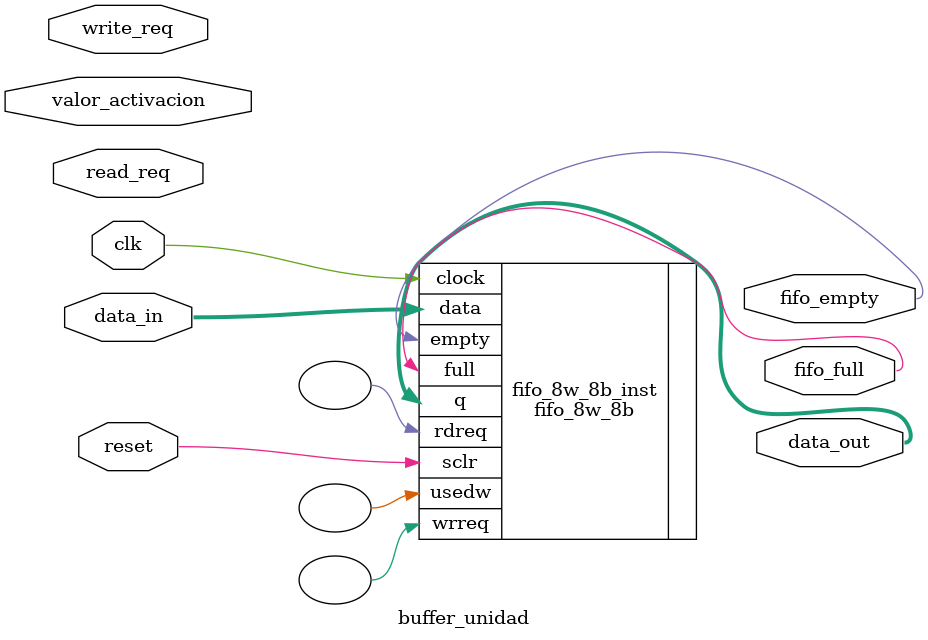
<source format=v>


/*

Unidad mas pequena del buffer total. El sistema tendra a disposicion
varias unidades de este modulo para dar facilidad sobre el ancho de las 
imagenes a procesar.

El modulo cuenta con una FSM para controlar su estado (activo o inactivo), 
ademas del modulo FIFO donde se almacenaran los respectivos pixeles.

*/
module buffer_unidad(
	clk,
	reset,
	data_in,
	read_req,
	write_req,
	valor_activacion,
	//
	data_out,
	fifo_full,
	fifo_empty
);

	parameter DATA_WIDTH = 8;

//=========================================================================
	input clk;
	input reset;
	input [DATA_WIDTH-1:0] data_in;
	input read_req;
	input write_req;
	input [1:0] valor_activacion;
	//
	output [DATA_WIDTH-1:0] data_out;
	output fifo_full;
	output fifo_empty;


//=========================================================================

	 localparam 
		FSM_LIBRE	= 0,
		FSM_ACTIVA	= 1,
		FSM_NO_ACTIVA = 2;
		

//=========================================================================
	 reg [1:0] e_actual, e_siguiente;
	 
	 wire estado_buffer_actual;
	 

		
//==========================================================================	
// estado del registro
	always @(posedge clk) begin
		if(reset)
			e_actual <= FSM_LIBRE;
		else
			e_actual <= e_siguiente;
	end

//==========================================================================
// siguiente estado logico. Logica Moore
	always@(valor_activacion) begin		
		e_siguiente = e_actual;
		
		case(e_actual)
			FSM_LIBRE: begin
				if(valor_activacion == 2'b01)
					e_siguiente = FSM_ACTIVA;
				else if(valor_activacion == 2'b10)
					e_siguiente = FSM_NO_ACTIVA;
			end
			FSM_ACTIVA: begin				
			end
			FSM_NO_ACTIVA: begin
			end
			default: begin
				e_siguiente = FSM_LIBRE;
			end
			
		endcase
	end
	

	
//==========================================================================

	assign estado_buffer_actual = (e_actual == FSM_ACTIVA);
	

/*
 *
FUNCION: FIFO
==========================================================================
CONTEXTO: funcionara como un buffer para tener al alcance los pixeles necesarios
para el procesamiento
*
*/
	fifo_8w_8b	fifo_8w_8b_inst (
		.clock (clk),
		.data (data_in),
		.rdreq (),
		.sclr (reset),
		.wrreq (),
		//
		.empty (fifo_empty),
		.full (fifo_full),
		.q (data_out),
		.usedw ()
		);

	
	

endmodule





</source>
